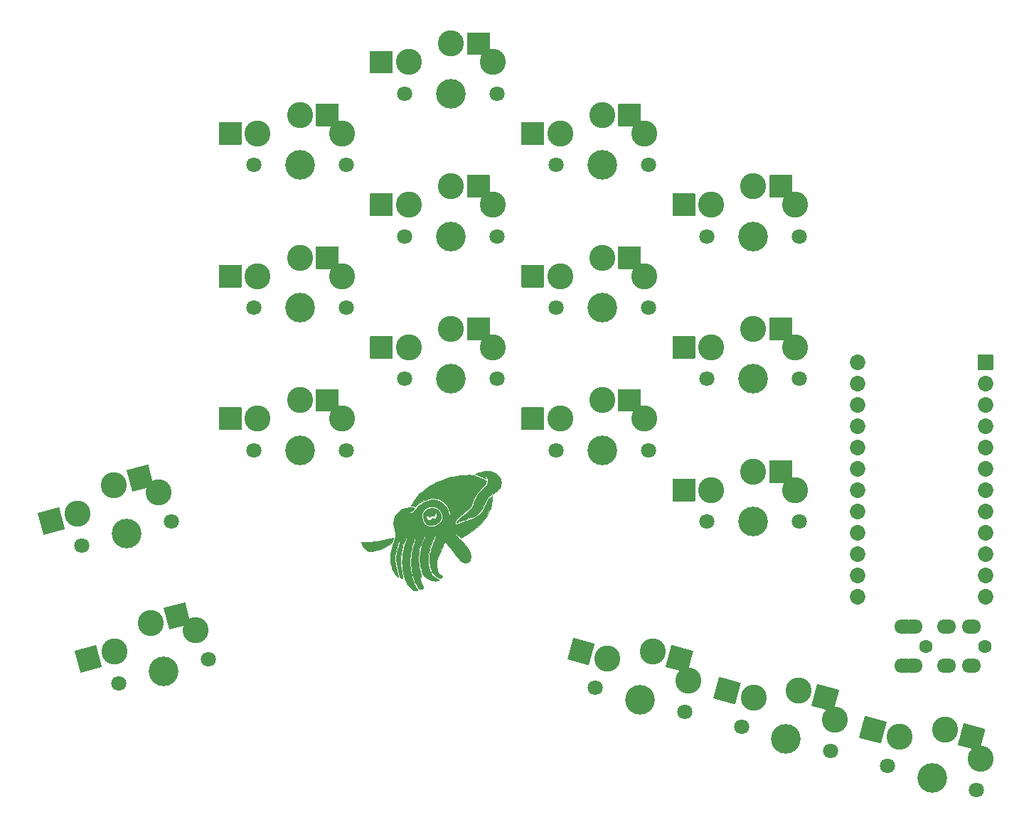
<source format=gbr>
%TF.GenerationSoftware,KiCad,Pcbnew,(5.1.9)-1*%
%TF.CreationDate,2021-04-26T15:19:46+02:00*%
%TF.ProjectId,sepia,73657069-612e-46b6-9963-61645f706362,VERSION_HERE*%
%TF.SameCoordinates,Original*%
%TF.FileFunction,Soldermask,Top*%
%TF.FilePolarity,Negative*%
%FSLAX46Y46*%
G04 Gerber Fmt 4.6, Leading zero omitted, Abs format (unit mm)*
G04 Created by KiCad (PCBNEW (5.1.9)-1) date 2021-04-26 15:19:46*
%MOMM*%
%LPD*%
G01*
G04 APERTURE LIST*
%ADD10C,0.010000*%
%ADD11O,2.300000X1.700000*%
%ADD12C,1.600000*%
%ADD13C,1.852600*%
%ADD14C,1.801800*%
%ADD15C,3.100000*%
%ADD16C,3.529000*%
G04 APERTURE END LIST*
D10*
%TO.C,G\u002A\u002A\u002A*%
G36*
X80876474Y-78585028D02*
G01*
X81154601Y-78520440D01*
X81425493Y-78465153D01*
X81674687Y-78422588D01*
X81829667Y-78402054D01*
X82005642Y-78384637D01*
X82201633Y-78368996D01*
X82406869Y-78355648D01*
X82610579Y-78345112D01*
X82801992Y-78337905D01*
X82970337Y-78334543D01*
X83104843Y-78335544D01*
X83160521Y-78338144D01*
X83313518Y-78358923D01*
X83500859Y-78400389D01*
X83712290Y-78458913D01*
X83937555Y-78530865D01*
X84166395Y-78612616D01*
X84388557Y-78700536D01*
X84593782Y-78790995D01*
X84771815Y-78880366D01*
X84890267Y-78950257D01*
X84967357Y-79002180D01*
X85010292Y-79039373D01*
X85028215Y-79073671D01*
X85030268Y-79116910D01*
X85029386Y-79130344D01*
X85009068Y-79218721D01*
X84958590Y-79322897D01*
X84875609Y-79446179D01*
X84757784Y-79591872D01*
X84602773Y-79763282D01*
X84518851Y-79851146D01*
X84334222Y-80043019D01*
X84181032Y-80206206D01*
X84054498Y-80347640D01*
X83949837Y-80474254D01*
X83862264Y-80592980D01*
X83786999Y-80710752D01*
X83719258Y-80834503D01*
X83654259Y-80971163D01*
X83587218Y-81127669D01*
X83515522Y-81305477D01*
X83456650Y-81453755D01*
X83399151Y-81598308D01*
X83347793Y-81727164D01*
X83307347Y-81828347D01*
X83289535Y-81872698D01*
X83240149Y-81985073D01*
X83184500Y-82088219D01*
X83117893Y-82187084D01*
X83035630Y-82286617D01*
X82933018Y-82391768D01*
X82805358Y-82507484D01*
X82647958Y-82638712D01*
X82456121Y-82790402D01*
X82317148Y-82897417D01*
X82078191Y-83083668D01*
X81878921Y-83247336D01*
X81715615Y-83392222D01*
X81584546Y-83522124D01*
X81481992Y-83640843D01*
X81404230Y-83752180D01*
X81347531Y-83859933D01*
X81328798Y-83905851D01*
X81291572Y-84020356D01*
X81280703Y-84102114D01*
X81296299Y-84161871D01*
X81331792Y-84204605D01*
X81370550Y-84231627D01*
X81414952Y-84239063D01*
X81481971Y-84227906D01*
X81527696Y-84216094D01*
X81616322Y-84187894D01*
X81730804Y-84145759D01*
X81850972Y-84097247D01*
X81891572Y-84079751D01*
X81981753Y-84042690D01*
X82109751Y-83993657D01*
X82265097Y-83936479D01*
X82437329Y-83874980D01*
X82615976Y-83812984D01*
X82693921Y-83786533D01*
X82973683Y-83690690D01*
X83211016Y-83605256D01*
X83412444Y-83527068D01*
X83584495Y-83452967D01*
X83733691Y-83379789D01*
X83866559Y-83304372D01*
X83989624Y-83223555D01*
X84109410Y-83134177D01*
X84210635Y-83051545D01*
X84363567Y-82914161D01*
X84492408Y-82777078D01*
X84604079Y-82630168D01*
X84705501Y-82463301D01*
X84803596Y-82266349D01*
X84899417Y-82043605D01*
X85027340Y-81746714D01*
X85148577Y-81499395D01*
X85262989Y-81301907D01*
X85351738Y-81177186D01*
X85399897Y-81124441D01*
X85467887Y-81059059D01*
X85546105Y-80989149D01*
X85624948Y-80922818D01*
X85694813Y-80868173D01*
X85746097Y-80833320D01*
X85768320Y-80825508D01*
X85772954Y-80854208D01*
X85770170Y-80924761D01*
X85761084Y-81028945D01*
X85746808Y-81158533D01*
X85728460Y-81305303D01*
X85707153Y-81461029D01*
X85684002Y-81617488D01*
X85660121Y-81766455D01*
X85636625Y-81899705D01*
X85614631Y-82009016D01*
X85599418Y-82071692D01*
X85538574Y-82257743D01*
X85452475Y-82471975D01*
X85347172Y-82702564D01*
X85228717Y-82937687D01*
X85103163Y-83165519D01*
X84976563Y-83374237D01*
X84854968Y-83552015D01*
X84814652Y-83604817D01*
X84602366Y-83857652D01*
X84359707Y-84119903D01*
X84096353Y-84382566D01*
X83821981Y-84636636D01*
X83546265Y-84873108D01*
X83278885Y-85082977D01*
X83061517Y-85236290D01*
X82980151Y-85287188D01*
X82870770Y-85351434D01*
X82741969Y-85424409D01*
X82602340Y-85501492D01*
X82460477Y-85578065D01*
X82324977Y-85649510D01*
X82204430Y-85711207D01*
X82107433Y-85758536D01*
X82042579Y-85786878D01*
X82028112Y-85791721D01*
X81997810Y-85778821D01*
X81938133Y-85737063D01*
X81856742Y-85672352D01*
X81761304Y-85590599D01*
X81724350Y-85557561D01*
X81613834Y-85459179D01*
X81533012Y-85391694D01*
X81475237Y-85350513D01*
X81433859Y-85331045D01*
X81402225Y-85328693D01*
X81395184Y-85330209D01*
X81347348Y-85357740D01*
X81330869Y-85387725D01*
X81347663Y-85418226D01*
X81398894Y-85479614D01*
X81481440Y-85568569D01*
X81592180Y-85681773D01*
X81727994Y-85815906D01*
X81790079Y-85876062D01*
X82076730Y-86159276D01*
X82328008Y-86421960D01*
X82542284Y-86662271D01*
X82717931Y-86878369D01*
X82853321Y-87068413D01*
X82875353Y-87103020D01*
X82928647Y-87191722D01*
X82970223Y-87270916D01*
X83005335Y-87353718D01*
X83039235Y-87453240D01*
X83077180Y-87582596D01*
X83098903Y-87661076D01*
X83137834Y-87806410D01*
X83163964Y-87914770D01*
X83179079Y-87997840D01*
X83184969Y-88067306D01*
X83183421Y-88134853D01*
X83179083Y-88185130D01*
X83152335Y-88324615D01*
X83103931Y-88464563D01*
X83041015Y-88588276D01*
X82970733Y-88679057D01*
X82965727Y-88683742D01*
X82881246Y-88736136D01*
X82766402Y-88775949D01*
X82641010Y-88798539D01*
X82524882Y-88799265D01*
X82493771Y-88794305D01*
X82368557Y-88757142D01*
X82239332Y-88696989D01*
X82103909Y-88611617D01*
X81960102Y-88498800D01*
X81805726Y-88356313D01*
X81638593Y-88181928D01*
X81456516Y-87973419D01*
X81257313Y-87728560D01*
X81038794Y-87445124D01*
X80798774Y-87120885D01*
X80654483Y-86921113D01*
X80523103Y-86738176D01*
X80417713Y-86592603D01*
X80334922Y-86480311D01*
X80271340Y-86397222D01*
X80223573Y-86339255D01*
X80188234Y-86302334D01*
X80161930Y-86282376D01*
X80141270Y-86275302D01*
X80122863Y-86277033D01*
X80119816Y-86277880D01*
X80094190Y-86305243D01*
X80052037Y-86373643D01*
X79996076Y-86477102D01*
X79929019Y-86609641D01*
X79853584Y-86765281D01*
X79772485Y-86938047D01*
X79688440Y-87121957D01*
X79604163Y-87311035D01*
X79522370Y-87499303D01*
X79445776Y-87680782D01*
X79377099Y-87849493D01*
X79319052Y-87999461D01*
X79274352Y-88124704D01*
X79258642Y-88173604D01*
X79166427Y-88548439D01*
X79122864Y-88910514D01*
X79127886Y-89261455D01*
X79181428Y-89602887D01*
X79196972Y-89666400D01*
X79237027Y-89812759D01*
X79275144Y-89921047D01*
X79319723Y-90002934D01*
X79379161Y-90070085D01*
X79461858Y-90134168D01*
X79576211Y-90206851D01*
X79593613Y-90217402D01*
X79720900Y-90303346D01*
X79799196Y-90378647D01*
X79828775Y-90445043D01*
X79809917Y-90504267D01*
X79742897Y-90558056D01*
X79654415Y-90598483D01*
X79511240Y-90652977D01*
X79189018Y-90460744D01*
X79028587Y-90361155D01*
X78897099Y-90268119D01*
X78789548Y-90174205D01*
X78700927Y-90071986D01*
X78626230Y-89954034D01*
X78560449Y-89812920D01*
X78498579Y-89641214D01*
X78435613Y-89431491D01*
X78394617Y-89282047D01*
X78330331Y-89021251D01*
X78286920Y-88787944D01*
X78264190Y-88569530D01*
X78261952Y-88353410D01*
X78280012Y-88126989D01*
X78318181Y-87877669D01*
X78369427Y-87623933D01*
X78415609Y-87425569D01*
X78467266Y-87231144D01*
X78527321Y-87031767D01*
X78598690Y-86818544D01*
X78684295Y-86582585D01*
X78787056Y-86314999D01*
X78858368Y-86135052D01*
X78931638Y-85948969D01*
X78985592Y-85804853D01*
X79021643Y-85698296D01*
X79041207Y-85624885D01*
X79045699Y-85580211D01*
X79041350Y-85564714D01*
X78998996Y-85532073D01*
X78947766Y-85545244D01*
X78892885Y-85601238D01*
X78850227Y-85674107D01*
X78821100Y-85738073D01*
X78777490Y-85839074D01*
X78723680Y-85966938D01*
X78663955Y-86111493D01*
X78607610Y-86250131D01*
X78430794Y-86717649D01*
X78290556Y-87154327D01*
X78186598Y-87564267D01*
X78118622Y-87951570D01*
X78086332Y-88320342D01*
X78089429Y-88674683D01*
X78127620Y-89018696D01*
X78200604Y-89356484D01*
X78308087Y-89692149D01*
X78350552Y-89801851D01*
X78452361Y-90018720D01*
X78573201Y-90204159D01*
X78720865Y-90366656D01*
X78903147Y-90514700D01*
X79127841Y-90656775D01*
X79143983Y-90665939D01*
X79252077Y-90730122D01*
X79320220Y-90780262D01*
X79354769Y-90823198D01*
X79362082Y-90865771D01*
X79356021Y-90894049D01*
X79323655Y-90919121D01*
X79250362Y-90938196D01*
X79145758Y-90950445D01*
X79019456Y-90955031D01*
X78881064Y-90951122D01*
X78787032Y-90943404D01*
X78660972Y-90924336D01*
X78533054Y-90891811D01*
X78393170Y-90842237D01*
X78231210Y-90772026D01*
X78037062Y-90677585D01*
X78033442Y-90675759D01*
X77917548Y-90613547D01*
X77829127Y-90554412D01*
X77750197Y-90484153D01*
X77662777Y-90388574D01*
X77648044Y-90371438D01*
X77565933Y-90272075D01*
X77508782Y-90191332D01*
X77466200Y-90111345D01*
X77427795Y-90014251D01*
X77409469Y-89961288D01*
X77362331Y-89806161D01*
X77313455Y-89618000D01*
X77265512Y-89409923D01*
X77221178Y-89195049D01*
X77183124Y-88986497D01*
X77154024Y-88797386D01*
X77136552Y-88640833D01*
X77134530Y-88612014D01*
X77131275Y-88167272D01*
X77173163Y-87706542D01*
X77259149Y-87234989D01*
X77388189Y-86757779D01*
X77559237Y-86280074D01*
X77649173Y-86067365D01*
X77714669Y-85912249D01*
X77755320Y-85796925D01*
X77771906Y-85717325D01*
X77765211Y-85669377D01*
X77736015Y-85649014D01*
X77729726Y-85648086D01*
X77677829Y-85659861D01*
X77624539Y-85708938D01*
X77565880Y-85799858D01*
X77522372Y-85884828D01*
X77364780Y-86238990D01*
X77236759Y-86588527D01*
X77132426Y-86951469D01*
X77046312Y-87343676D01*
X76988521Y-87688814D01*
X76953130Y-88012438D01*
X76940663Y-88324695D01*
X76951645Y-88635735D01*
X76986600Y-88955700D01*
X77046054Y-89294739D01*
X77130533Y-89662997D01*
X77175166Y-89834661D01*
X77292144Y-90271310D01*
X77242375Y-90474550D01*
X77207082Y-90705451D01*
X77209885Y-90856736D01*
X77219178Y-90936151D01*
X77232745Y-91004095D01*
X77254995Y-91073188D01*
X77290341Y-91156043D01*
X77343194Y-91265277D01*
X77374616Y-91327888D01*
X77445436Y-91470004D01*
X77494996Y-91575434D01*
X77525953Y-91652305D01*
X77540970Y-91708743D01*
X77542707Y-91752877D01*
X77533824Y-91792836D01*
X77530210Y-91803249D01*
X77508484Y-91843296D01*
X77469684Y-91870793D01*
X77399640Y-91894366D01*
X77366290Y-91902993D01*
X77250689Y-91929173D01*
X77168565Y-91936270D01*
X77104758Y-91919863D01*
X77044105Y-91875532D01*
X76971449Y-91798857D01*
X76958369Y-91784056D01*
X76837718Y-91628566D01*
X76727119Y-91445868D01*
X76624266Y-91230822D01*
X76526858Y-90978285D01*
X76432593Y-90683117D01*
X76377698Y-90487562D01*
X76281594Y-90107428D01*
X76205901Y-89752475D01*
X76150810Y-89415695D01*
X76116517Y-89090081D01*
X76103212Y-88768623D01*
X76111091Y-88444313D01*
X76140347Y-88110143D01*
X76191173Y-87759105D01*
X76263762Y-87384189D01*
X76358308Y-86978389D01*
X76475005Y-86534696D01*
X76488091Y-86487284D01*
X76534550Y-86314711D01*
X76573590Y-86159999D01*
X76603673Y-86029984D01*
X76623262Y-85931512D01*
X76630820Y-85871422D01*
X76629533Y-85857725D01*
X76592860Y-85821882D01*
X76540894Y-85821865D01*
X76491819Y-85855290D01*
X76476949Y-85877729D01*
X76453840Y-85935635D01*
X76421143Y-86035315D01*
X76380910Y-86169092D01*
X76335191Y-86329288D01*
X76286035Y-86508229D01*
X76235493Y-86698238D01*
X76185616Y-86891640D01*
X76138453Y-87080756D01*
X76096054Y-87257914D01*
X76060469Y-87415433D01*
X76039772Y-87514623D01*
X75970433Y-87921025D01*
X75929615Y-88306719D01*
X75916742Y-88687970D01*
X75931230Y-89081043D01*
X75969700Y-89479305D01*
X75988080Y-89591931D01*
X76021289Y-89750391D01*
X76068722Y-89952117D01*
X76129775Y-90194543D01*
X76203845Y-90475102D01*
X76205464Y-90481120D01*
X76277634Y-90744885D01*
X76341105Y-90965587D01*
X76398481Y-91149688D01*
X76452364Y-91303650D01*
X76505357Y-91433937D01*
X76560063Y-91547013D01*
X76619085Y-91649338D01*
X76685024Y-91747379D01*
X76750787Y-91835169D01*
X76824689Y-91933950D01*
X76866646Y-92002226D01*
X76878636Y-92047312D01*
X76862635Y-92076521D01*
X76821494Y-92096860D01*
X76755975Y-92108107D01*
X76664565Y-92110163D01*
X76600387Y-92105852D01*
X76436689Y-92065599D01*
X76264451Y-91982075D01*
X76091538Y-91860089D01*
X75925816Y-91704446D01*
X75903152Y-91679705D01*
X75789791Y-91548398D01*
X75693296Y-91423020D01*
X75610070Y-91295941D01*
X75536518Y-91159532D01*
X75469048Y-91006164D01*
X75404064Y-90828207D01*
X75337970Y-90618030D01*
X75267172Y-90368006D01*
X75242992Y-90278542D01*
X75178063Y-90029114D01*
X75127453Y-89815004D01*
X75089287Y-89623374D01*
X75061695Y-89441393D01*
X75042803Y-89256224D01*
X75030737Y-89055034D01*
X75023626Y-88824988D01*
X75022509Y-88767441D01*
X75025935Y-88306515D01*
X75054826Y-87879402D01*
X75111355Y-87474769D01*
X75197700Y-87081281D01*
X75316036Y-86687604D01*
X75468537Y-86282404D01*
X75525444Y-86147214D01*
X75578227Y-86019832D01*
X75609814Y-85930032D01*
X75622299Y-85870244D01*
X75617768Y-85832901D01*
X75614158Y-85826084D01*
X75576463Y-85795471D01*
X75521220Y-85804745D01*
X75478246Y-85843034D01*
X75425391Y-85924077D01*
X75365113Y-86041348D01*
X75299870Y-86188323D01*
X75232119Y-86358474D01*
X75164320Y-86545278D01*
X75098929Y-86742207D01*
X75038405Y-86942739D01*
X74985206Y-87140347D01*
X74941790Y-87328506D01*
X74935390Y-87359931D01*
X74874828Y-87748848D01*
X74840025Y-88168843D01*
X74830694Y-88607376D01*
X74846544Y-89051910D01*
X74887285Y-89489910D01*
X74952629Y-89908839D01*
X74999330Y-90128188D01*
X75036293Y-90286507D01*
X75062103Y-90403029D01*
X75077720Y-90485291D01*
X75084097Y-90540833D01*
X75082195Y-90577193D01*
X75072971Y-90601910D01*
X75061497Y-90617728D01*
X75022291Y-90657173D01*
X74985726Y-90667950D01*
X74940022Y-90647698D01*
X74873403Y-90594056D01*
X74852978Y-90575937D01*
X74736703Y-90471938D01*
X74569325Y-89738627D01*
X74524739Y-89540381D01*
X74482490Y-89347048D01*
X74444385Y-89167335D01*
X74412235Y-89009945D01*
X74387851Y-88883585D01*
X74373042Y-88796960D01*
X74372019Y-88789821D01*
X74347907Y-88564846D01*
X74339660Y-88341996D01*
X74348199Y-88113828D01*
X74374449Y-87872903D01*
X74419332Y-87611778D01*
X74483771Y-87323012D01*
X74568689Y-86999164D01*
X74613896Y-86839774D01*
X74664803Y-86661779D01*
X74701883Y-86526095D01*
X74726257Y-86426485D01*
X74739048Y-86356709D01*
X74741374Y-86310529D01*
X74734358Y-86281705D01*
X74719119Y-86263999D01*
X74717544Y-86262852D01*
X74682870Y-86244802D01*
X74650771Y-86245081D01*
X74619446Y-86267645D01*
X74587102Y-86316451D01*
X74551940Y-86395455D01*
X74512164Y-86508617D01*
X74465977Y-86659890D01*
X74411583Y-86853235D01*
X74356249Y-87058510D01*
X74288220Y-87323900D01*
X74233700Y-87563361D01*
X74192834Y-87784014D01*
X74165761Y-87992979D01*
X74152628Y-88197377D01*
X74153575Y-88404328D01*
X74168747Y-88620953D01*
X74198286Y-88854372D01*
X74242335Y-89111706D01*
X74301038Y-89400074D01*
X74374537Y-89726599D01*
X74413131Y-89890636D01*
X74462604Y-90102695D01*
X74498982Y-90267672D01*
X74522629Y-90387472D01*
X74533908Y-90463998D01*
X74533180Y-90499155D01*
X74529626Y-90502061D01*
X74471970Y-90478287D01*
X74397127Y-90415231D01*
X74310016Y-90319348D01*
X74215555Y-90197095D01*
X74118667Y-90054925D01*
X74024266Y-89899295D01*
X73937276Y-89736660D01*
X73920904Y-89703246D01*
X73839941Y-89510117D01*
X73766538Y-89287674D01*
X73704804Y-89052418D01*
X73658842Y-88820850D01*
X73632758Y-88609471D01*
X73628674Y-88528819D01*
X73630833Y-88162676D01*
X73655795Y-87810568D01*
X73705476Y-87460704D01*
X73781788Y-87101292D01*
X73886647Y-86720543D01*
X73959555Y-86490564D01*
X74013952Y-86325407D01*
X74066067Y-86166454D01*
X74112662Y-86023636D01*
X74150500Y-85906883D01*
X74176343Y-85826124D01*
X74180271Y-85813615D01*
X74207801Y-85709721D01*
X74223810Y-85604923D01*
X74227805Y-85491126D01*
X74219295Y-85360235D01*
X74197786Y-85204152D01*
X74162786Y-85014783D01*
X74119083Y-84808009D01*
X74070301Y-84579906D01*
X74063169Y-84543119D01*
X77410408Y-83646230D01*
X77467632Y-83823046D01*
X77511810Y-83926287D01*
X77629062Y-84114845D01*
X77779018Y-84268256D01*
X77956455Y-84385163D01*
X78156146Y-84464211D01*
X78372867Y-84504044D01*
X78601392Y-84503306D01*
X78836496Y-84460642D01*
X79072953Y-84374697D01*
X79131338Y-84346457D01*
X79322658Y-84228650D01*
X79496786Y-84082169D01*
X79640467Y-83919062D01*
X79700028Y-83829509D01*
X79788442Y-83645766D01*
X79833628Y-83463748D01*
X79835906Y-83275397D01*
X79795598Y-83072654D01*
X79736983Y-82904737D01*
X79620951Y-82666954D01*
X79480825Y-82472594D01*
X79314063Y-82319075D01*
X79118120Y-82203817D01*
X78999680Y-82156715D01*
X78841421Y-82107773D01*
X78707440Y-82080920D01*
X78580979Y-82075792D01*
X78445279Y-82092025D01*
X78283586Y-82129256D01*
X78242667Y-82140281D01*
X78110932Y-82178024D01*
X78014346Y-82210864D01*
X77938499Y-82245049D01*
X77868978Y-82286825D01*
X77812467Y-82326791D01*
X77642839Y-82472973D01*
X77504125Y-82636441D01*
X77402845Y-82808209D01*
X77348083Y-82966973D01*
X77333892Y-83104546D01*
X77341145Y-83272960D01*
X77367448Y-83458194D01*
X77410408Y-83646230D01*
X74063169Y-84543119D01*
X74033933Y-84392289D01*
X74009506Y-84236505D01*
X73996540Y-84103904D01*
X73994555Y-83985832D01*
X74003076Y-83873641D01*
X74021624Y-83758677D01*
X74049720Y-83632291D01*
X74053319Y-83617543D01*
X74127779Y-83373521D01*
X74226626Y-83160508D01*
X74357162Y-82966617D01*
X74526687Y-82779965D01*
X74622707Y-82690649D01*
X74772175Y-82564971D01*
X74911190Y-82466609D01*
X75051586Y-82390249D01*
X75205199Y-82330575D01*
X75383863Y-82282271D01*
X75599414Y-82240021D01*
X75641983Y-82232824D01*
X75783101Y-82210128D01*
X75888712Y-82196326D01*
X75973310Y-82191329D01*
X76051386Y-82195049D01*
X76137433Y-82207396D01*
X76245944Y-82228280D01*
X76249945Y-82229087D01*
X76514084Y-82282424D01*
X76427768Y-82394362D01*
X76339296Y-82497081D01*
X76244716Y-82577670D01*
X76125968Y-82650505D01*
X76068951Y-82680041D01*
X75980312Y-82732891D01*
X75938270Y-82781843D01*
X75939463Y-82832213D01*
X75955368Y-82859791D01*
X75977850Y-82876660D01*
X76017045Y-82876830D01*
X76084642Y-82859080D01*
X76140430Y-82840451D01*
X76250792Y-82795665D01*
X76347355Y-82739420D01*
X76439144Y-82663994D01*
X76535184Y-82561671D01*
X76644497Y-82424728D01*
X76676949Y-82381502D01*
X76853999Y-82162829D01*
X77039803Y-81974894D01*
X77244503Y-81809635D01*
X77478243Y-81658995D01*
X77751166Y-81514912D01*
X77792628Y-81495020D01*
X78043289Y-81390736D01*
X78282735Y-81324169D01*
X78523294Y-81293885D01*
X78777291Y-81298446D01*
X79057053Y-81336416D01*
X79094126Y-81343377D01*
X79311588Y-81395426D01*
X79498650Y-81464913D01*
X79666913Y-81558681D01*
X79827978Y-81683563D01*
X79993445Y-81846400D01*
X80046765Y-81904891D01*
X80152381Y-82026502D01*
X80236164Y-82133384D01*
X80303867Y-82236426D01*
X80361242Y-82346513D01*
X80414043Y-82474532D01*
X80468023Y-82631369D01*
X80521481Y-82803235D01*
X80569494Y-82961189D01*
X80605688Y-83076919D01*
X80632867Y-83156849D01*
X80653840Y-83207406D01*
X80671411Y-83235012D01*
X80688386Y-83246093D01*
X80707571Y-83247074D01*
X80714967Y-83246264D01*
X80751931Y-83231716D01*
X80772989Y-83195403D01*
X80777974Y-83131995D01*
X80766717Y-83036163D01*
X80739053Y-82902576D01*
X80699156Y-82742479D01*
X80652005Y-82571432D01*
X80609062Y-82438418D01*
X80566014Y-82331390D01*
X80518721Y-82238610D01*
X80401503Y-82054668D01*
X80260495Y-81870310D01*
X80104317Y-81694421D01*
X79941593Y-81535894D01*
X79780942Y-81403614D01*
X79630987Y-81306471D01*
X79598396Y-81289781D01*
X79494130Y-81249231D01*
X79353748Y-81208173D01*
X79191799Y-81169767D01*
X79022836Y-81137169D01*
X78861409Y-81113537D01*
X78735896Y-81102606D01*
X78536512Y-81101251D01*
X78348831Y-81118896D01*
X78161594Y-81158286D01*
X77963545Y-81222167D01*
X77743425Y-81313287D01*
X77602448Y-81379100D01*
X77333200Y-81522503D01*
X77093184Y-81681706D01*
X76865811Y-81868627D01*
X76700253Y-82027436D01*
X76617377Y-82111274D01*
X76360977Y-82059236D01*
X76104576Y-82007197D01*
X76173549Y-81858863D01*
X76239188Y-81731110D01*
X76328527Y-81576056D01*
X76433594Y-81406119D01*
X76546414Y-81233713D01*
X76659014Y-81071255D01*
X76763421Y-80931162D01*
X76793533Y-80893410D01*
X76907547Y-80764808D01*
X77054110Y-80616798D01*
X77223432Y-80458044D01*
X77405726Y-80297211D01*
X77591202Y-80142967D01*
X77770073Y-80003978D01*
X77914408Y-79901055D01*
X78257938Y-79684214D01*
X78643640Y-79468140D01*
X79063001Y-79257034D01*
X79507508Y-79055100D01*
X79968651Y-78866543D01*
X80143300Y-78800447D01*
X80356361Y-78728448D01*
X80605573Y-78655504D01*
X80876474Y-78585028D01*
G37*
X80876474Y-78585028D02*
X81154601Y-78520440D01*
X81425493Y-78465153D01*
X81674687Y-78422588D01*
X81829667Y-78402054D01*
X82005642Y-78384637D01*
X82201633Y-78368996D01*
X82406869Y-78355648D01*
X82610579Y-78345112D01*
X82801992Y-78337905D01*
X82970337Y-78334543D01*
X83104843Y-78335544D01*
X83160521Y-78338144D01*
X83313518Y-78358923D01*
X83500859Y-78400389D01*
X83712290Y-78458913D01*
X83937555Y-78530865D01*
X84166395Y-78612616D01*
X84388557Y-78700536D01*
X84593782Y-78790995D01*
X84771815Y-78880366D01*
X84890267Y-78950257D01*
X84967357Y-79002180D01*
X85010292Y-79039373D01*
X85028215Y-79073671D01*
X85030268Y-79116910D01*
X85029386Y-79130344D01*
X85009068Y-79218721D01*
X84958590Y-79322897D01*
X84875609Y-79446179D01*
X84757784Y-79591872D01*
X84602773Y-79763282D01*
X84518851Y-79851146D01*
X84334222Y-80043019D01*
X84181032Y-80206206D01*
X84054498Y-80347640D01*
X83949837Y-80474254D01*
X83862264Y-80592980D01*
X83786999Y-80710752D01*
X83719258Y-80834503D01*
X83654259Y-80971163D01*
X83587218Y-81127669D01*
X83515522Y-81305477D01*
X83456650Y-81453755D01*
X83399151Y-81598308D01*
X83347793Y-81727164D01*
X83307347Y-81828347D01*
X83289535Y-81872698D01*
X83240149Y-81985073D01*
X83184500Y-82088219D01*
X83117893Y-82187084D01*
X83035630Y-82286617D01*
X82933018Y-82391768D01*
X82805358Y-82507484D01*
X82647958Y-82638712D01*
X82456121Y-82790402D01*
X82317148Y-82897417D01*
X82078191Y-83083668D01*
X81878921Y-83247336D01*
X81715615Y-83392222D01*
X81584546Y-83522124D01*
X81481992Y-83640843D01*
X81404230Y-83752180D01*
X81347531Y-83859933D01*
X81328798Y-83905851D01*
X81291572Y-84020356D01*
X81280703Y-84102114D01*
X81296299Y-84161871D01*
X81331792Y-84204605D01*
X81370550Y-84231627D01*
X81414952Y-84239063D01*
X81481971Y-84227906D01*
X81527696Y-84216094D01*
X81616322Y-84187894D01*
X81730804Y-84145759D01*
X81850972Y-84097247D01*
X81891572Y-84079751D01*
X81981753Y-84042690D01*
X82109751Y-83993657D01*
X82265097Y-83936479D01*
X82437329Y-83874980D01*
X82615976Y-83812984D01*
X82693921Y-83786533D01*
X82973683Y-83690690D01*
X83211016Y-83605256D01*
X83412444Y-83527068D01*
X83584495Y-83452967D01*
X83733691Y-83379789D01*
X83866559Y-83304372D01*
X83989624Y-83223555D01*
X84109410Y-83134177D01*
X84210635Y-83051545D01*
X84363567Y-82914161D01*
X84492408Y-82777078D01*
X84604079Y-82630168D01*
X84705501Y-82463301D01*
X84803596Y-82266349D01*
X84899417Y-82043605D01*
X85027340Y-81746714D01*
X85148577Y-81499395D01*
X85262989Y-81301907D01*
X85351738Y-81177186D01*
X85399897Y-81124441D01*
X85467887Y-81059059D01*
X85546105Y-80989149D01*
X85624948Y-80922818D01*
X85694813Y-80868173D01*
X85746097Y-80833320D01*
X85768320Y-80825508D01*
X85772954Y-80854208D01*
X85770170Y-80924761D01*
X85761084Y-81028945D01*
X85746808Y-81158533D01*
X85728460Y-81305303D01*
X85707153Y-81461029D01*
X85684002Y-81617488D01*
X85660121Y-81766455D01*
X85636625Y-81899705D01*
X85614631Y-82009016D01*
X85599418Y-82071692D01*
X85538574Y-82257743D01*
X85452475Y-82471975D01*
X85347172Y-82702564D01*
X85228717Y-82937687D01*
X85103163Y-83165519D01*
X84976563Y-83374237D01*
X84854968Y-83552015D01*
X84814652Y-83604817D01*
X84602366Y-83857652D01*
X84359707Y-84119903D01*
X84096353Y-84382566D01*
X83821981Y-84636636D01*
X83546265Y-84873108D01*
X83278885Y-85082977D01*
X83061517Y-85236290D01*
X82980151Y-85287188D01*
X82870770Y-85351434D01*
X82741969Y-85424409D01*
X82602340Y-85501492D01*
X82460477Y-85578065D01*
X82324977Y-85649510D01*
X82204430Y-85711207D01*
X82107433Y-85758536D01*
X82042579Y-85786878D01*
X82028112Y-85791721D01*
X81997810Y-85778821D01*
X81938133Y-85737063D01*
X81856742Y-85672352D01*
X81761304Y-85590599D01*
X81724350Y-85557561D01*
X81613834Y-85459179D01*
X81533012Y-85391694D01*
X81475237Y-85350513D01*
X81433859Y-85331045D01*
X81402225Y-85328693D01*
X81395184Y-85330209D01*
X81347348Y-85357740D01*
X81330869Y-85387725D01*
X81347663Y-85418226D01*
X81398894Y-85479614D01*
X81481440Y-85568569D01*
X81592180Y-85681773D01*
X81727994Y-85815906D01*
X81790079Y-85876062D01*
X82076730Y-86159276D01*
X82328008Y-86421960D01*
X82542284Y-86662271D01*
X82717931Y-86878369D01*
X82853321Y-87068413D01*
X82875353Y-87103020D01*
X82928647Y-87191722D01*
X82970223Y-87270916D01*
X83005335Y-87353718D01*
X83039235Y-87453240D01*
X83077180Y-87582596D01*
X83098903Y-87661076D01*
X83137834Y-87806410D01*
X83163964Y-87914770D01*
X83179079Y-87997840D01*
X83184969Y-88067306D01*
X83183421Y-88134853D01*
X83179083Y-88185130D01*
X83152335Y-88324615D01*
X83103931Y-88464563D01*
X83041015Y-88588276D01*
X82970733Y-88679057D01*
X82965727Y-88683742D01*
X82881246Y-88736136D01*
X82766402Y-88775949D01*
X82641010Y-88798539D01*
X82524882Y-88799265D01*
X82493771Y-88794305D01*
X82368557Y-88757142D01*
X82239332Y-88696989D01*
X82103909Y-88611617D01*
X81960102Y-88498800D01*
X81805726Y-88356313D01*
X81638593Y-88181928D01*
X81456516Y-87973419D01*
X81257313Y-87728560D01*
X81038794Y-87445124D01*
X80798774Y-87120885D01*
X80654483Y-86921113D01*
X80523103Y-86738176D01*
X80417713Y-86592603D01*
X80334922Y-86480311D01*
X80271340Y-86397222D01*
X80223573Y-86339255D01*
X80188234Y-86302334D01*
X80161930Y-86282376D01*
X80141270Y-86275302D01*
X80122863Y-86277033D01*
X80119816Y-86277880D01*
X80094190Y-86305243D01*
X80052037Y-86373643D01*
X79996076Y-86477102D01*
X79929019Y-86609641D01*
X79853584Y-86765281D01*
X79772485Y-86938047D01*
X79688440Y-87121957D01*
X79604163Y-87311035D01*
X79522370Y-87499303D01*
X79445776Y-87680782D01*
X79377099Y-87849493D01*
X79319052Y-87999461D01*
X79274352Y-88124704D01*
X79258642Y-88173604D01*
X79166427Y-88548439D01*
X79122864Y-88910514D01*
X79127886Y-89261455D01*
X79181428Y-89602887D01*
X79196972Y-89666400D01*
X79237027Y-89812759D01*
X79275144Y-89921047D01*
X79319723Y-90002934D01*
X79379161Y-90070085D01*
X79461858Y-90134168D01*
X79576211Y-90206851D01*
X79593613Y-90217402D01*
X79720900Y-90303346D01*
X79799196Y-90378647D01*
X79828775Y-90445043D01*
X79809917Y-90504267D01*
X79742897Y-90558056D01*
X79654415Y-90598483D01*
X79511240Y-90652977D01*
X79189018Y-90460744D01*
X79028587Y-90361155D01*
X78897099Y-90268119D01*
X78789548Y-90174205D01*
X78700927Y-90071986D01*
X78626230Y-89954034D01*
X78560449Y-89812920D01*
X78498579Y-89641214D01*
X78435613Y-89431491D01*
X78394617Y-89282047D01*
X78330331Y-89021251D01*
X78286920Y-88787944D01*
X78264190Y-88569530D01*
X78261952Y-88353410D01*
X78280012Y-88126989D01*
X78318181Y-87877669D01*
X78369427Y-87623933D01*
X78415609Y-87425569D01*
X78467266Y-87231144D01*
X78527321Y-87031767D01*
X78598690Y-86818544D01*
X78684295Y-86582585D01*
X78787056Y-86314999D01*
X78858368Y-86135052D01*
X78931638Y-85948969D01*
X78985592Y-85804853D01*
X79021643Y-85698296D01*
X79041207Y-85624885D01*
X79045699Y-85580211D01*
X79041350Y-85564714D01*
X78998996Y-85532073D01*
X78947766Y-85545244D01*
X78892885Y-85601238D01*
X78850227Y-85674107D01*
X78821100Y-85738073D01*
X78777490Y-85839074D01*
X78723680Y-85966938D01*
X78663955Y-86111493D01*
X78607610Y-86250131D01*
X78430794Y-86717649D01*
X78290556Y-87154327D01*
X78186598Y-87564267D01*
X78118622Y-87951570D01*
X78086332Y-88320342D01*
X78089429Y-88674683D01*
X78127620Y-89018696D01*
X78200604Y-89356484D01*
X78308087Y-89692149D01*
X78350552Y-89801851D01*
X78452361Y-90018720D01*
X78573201Y-90204159D01*
X78720865Y-90366656D01*
X78903147Y-90514700D01*
X79127841Y-90656775D01*
X79143983Y-90665939D01*
X79252077Y-90730122D01*
X79320220Y-90780262D01*
X79354769Y-90823198D01*
X79362082Y-90865771D01*
X79356021Y-90894049D01*
X79323655Y-90919121D01*
X79250362Y-90938196D01*
X79145758Y-90950445D01*
X79019456Y-90955031D01*
X78881064Y-90951122D01*
X78787032Y-90943404D01*
X78660972Y-90924336D01*
X78533054Y-90891811D01*
X78393170Y-90842237D01*
X78231210Y-90772026D01*
X78037062Y-90677585D01*
X78033442Y-90675759D01*
X77917548Y-90613547D01*
X77829127Y-90554412D01*
X77750197Y-90484153D01*
X77662777Y-90388574D01*
X77648044Y-90371438D01*
X77565933Y-90272075D01*
X77508782Y-90191332D01*
X77466200Y-90111345D01*
X77427795Y-90014251D01*
X77409469Y-89961288D01*
X77362331Y-89806161D01*
X77313455Y-89618000D01*
X77265512Y-89409923D01*
X77221178Y-89195049D01*
X77183124Y-88986497D01*
X77154024Y-88797386D01*
X77136552Y-88640833D01*
X77134530Y-88612014D01*
X77131275Y-88167272D01*
X77173163Y-87706542D01*
X77259149Y-87234989D01*
X77388189Y-86757779D01*
X77559237Y-86280074D01*
X77649173Y-86067365D01*
X77714669Y-85912249D01*
X77755320Y-85796925D01*
X77771906Y-85717325D01*
X77765211Y-85669377D01*
X77736015Y-85649014D01*
X77729726Y-85648086D01*
X77677829Y-85659861D01*
X77624539Y-85708938D01*
X77565880Y-85799858D01*
X77522372Y-85884828D01*
X77364780Y-86238990D01*
X77236759Y-86588527D01*
X77132426Y-86951469D01*
X77046312Y-87343676D01*
X76988521Y-87688814D01*
X76953130Y-88012438D01*
X76940663Y-88324695D01*
X76951645Y-88635735D01*
X76986600Y-88955700D01*
X77046054Y-89294739D01*
X77130533Y-89662997D01*
X77175166Y-89834661D01*
X77292144Y-90271310D01*
X77242375Y-90474550D01*
X77207082Y-90705451D01*
X77209885Y-90856736D01*
X77219178Y-90936151D01*
X77232745Y-91004095D01*
X77254995Y-91073188D01*
X77290341Y-91156043D01*
X77343194Y-91265277D01*
X77374616Y-91327888D01*
X77445436Y-91470004D01*
X77494996Y-91575434D01*
X77525953Y-91652305D01*
X77540970Y-91708743D01*
X77542707Y-91752877D01*
X77533824Y-91792836D01*
X77530210Y-91803249D01*
X77508484Y-91843296D01*
X77469684Y-91870793D01*
X77399640Y-91894366D01*
X77366290Y-91902993D01*
X77250689Y-91929173D01*
X77168565Y-91936270D01*
X77104758Y-91919863D01*
X77044105Y-91875532D01*
X76971449Y-91798857D01*
X76958369Y-91784056D01*
X76837718Y-91628566D01*
X76727119Y-91445868D01*
X76624266Y-91230822D01*
X76526858Y-90978285D01*
X76432593Y-90683117D01*
X76377698Y-90487562D01*
X76281594Y-90107428D01*
X76205901Y-89752475D01*
X76150810Y-89415695D01*
X76116517Y-89090081D01*
X76103212Y-88768623D01*
X76111091Y-88444313D01*
X76140347Y-88110143D01*
X76191173Y-87759105D01*
X76263762Y-87384189D01*
X76358308Y-86978389D01*
X76475005Y-86534696D01*
X76488091Y-86487284D01*
X76534550Y-86314711D01*
X76573590Y-86159999D01*
X76603673Y-86029984D01*
X76623262Y-85931512D01*
X76630820Y-85871422D01*
X76629533Y-85857725D01*
X76592860Y-85821882D01*
X76540894Y-85821865D01*
X76491819Y-85855290D01*
X76476949Y-85877729D01*
X76453840Y-85935635D01*
X76421143Y-86035315D01*
X76380910Y-86169092D01*
X76335191Y-86329288D01*
X76286035Y-86508229D01*
X76235493Y-86698238D01*
X76185616Y-86891640D01*
X76138453Y-87080756D01*
X76096054Y-87257914D01*
X76060469Y-87415433D01*
X76039772Y-87514623D01*
X75970433Y-87921025D01*
X75929615Y-88306719D01*
X75916742Y-88687970D01*
X75931230Y-89081043D01*
X75969700Y-89479305D01*
X75988080Y-89591931D01*
X76021289Y-89750391D01*
X76068722Y-89952117D01*
X76129775Y-90194543D01*
X76203845Y-90475102D01*
X76205464Y-90481120D01*
X76277634Y-90744885D01*
X76341105Y-90965587D01*
X76398481Y-91149688D01*
X76452364Y-91303650D01*
X76505357Y-91433937D01*
X76560063Y-91547013D01*
X76619085Y-91649338D01*
X76685024Y-91747379D01*
X76750787Y-91835169D01*
X76824689Y-91933950D01*
X76866646Y-92002226D01*
X76878636Y-92047312D01*
X76862635Y-92076521D01*
X76821494Y-92096860D01*
X76755975Y-92108107D01*
X76664565Y-92110163D01*
X76600387Y-92105852D01*
X76436689Y-92065599D01*
X76264451Y-91982075D01*
X76091538Y-91860089D01*
X75925816Y-91704446D01*
X75903152Y-91679705D01*
X75789791Y-91548398D01*
X75693296Y-91423020D01*
X75610070Y-91295941D01*
X75536518Y-91159532D01*
X75469048Y-91006164D01*
X75404064Y-90828207D01*
X75337970Y-90618030D01*
X75267172Y-90368006D01*
X75242992Y-90278542D01*
X75178063Y-90029114D01*
X75127453Y-89815004D01*
X75089287Y-89623374D01*
X75061695Y-89441393D01*
X75042803Y-89256224D01*
X75030737Y-89055034D01*
X75023626Y-88824988D01*
X75022509Y-88767441D01*
X75025935Y-88306515D01*
X75054826Y-87879402D01*
X75111355Y-87474769D01*
X75197700Y-87081281D01*
X75316036Y-86687604D01*
X75468537Y-86282404D01*
X75525444Y-86147214D01*
X75578227Y-86019832D01*
X75609814Y-85930032D01*
X75622299Y-85870244D01*
X75617768Y-85832901D01*
X75614158Y-85826084D01*
X75576463Y-85795471D01*
X75521220Y-85804745D01*
X75478246Y-85843034D01*
X75425391Y-85924077D01*
X75365113Y-86041348D01*
X75299870Y-86188323D01*
X75232119Y-86358474D01*
X75164320Y-86545278D01*
X75098929Y-86742207D01*
X75038405Y-86942739D01*
X74985206Y-87140347D01*
X74941790Y-87328506D01*
X74935390Y-87359931D01*
X74874828Y-87748848D01*
X74840025Y-88168843D01*
X74830694Y-88607376D01*
X74846544Y-89051910D01*
X74887285Y-89489910D01*
X74952629Y-89908839D01*
X74999330Y-90128188D01*
X75036293Y-90286507D01*
X75062103Y-90403029D01*
X75077720Y-90485291D01*
X75084097Y-90540833D01*
X75082195Y-90577193D01*
X75072971Y-90601910D01*
X75061497Y-90617728D01*
X75022291Y-90657173D01*
X74985726Y-90667950D01*
X74940022Y-90647698D01*
X74873403Y-90594056D01*
X74852978Y-90575937D01*
X74736703Y-90471938D01*
X74569325Y-89738627D01*
X74524739Y-89540381D01*
X74482490Y-89347048D01*
X74444385Y-89167335D01*
X74412235Y-89009945D01*
X74387851Y-88883585D01*
X74373042Y-88796960D01*
X74372019Y-88789821D01*
X74347907Y-88564846D01*
X74339660Y-88341996D01*
X74348199Y-88113828D01*
X74374449Y-87872903D01*
X74419332Y-87611778D01*
X74483771Y-87323012D01*
X74568689Y-86999164D01*
X74613896Y-86839774D01*
X74664803Y-86661779D01*
X74701883Y-86526095D01*
X74726257Y-86426485D01*
X74739048Y-86356709D01*
X74741374Y-86310529D01*
X74734358Y-86281705D01*
X74719119Y-86263999D01*
X74717544Y-86262852D01*
X74682870Y-86244802D01*
X74650771Y-86245081D01*
X74619446Y-86267645D01*
X74587102Y-86316451D01*
X74551940Y-86395455D01*
X74512164Y-86508617D01*
X74465977Y-86659890D01*
X74411583Y-86853235D01*
X74356249Y-87058510D01*
X74288220Y-87323900D01*
X74233700Y-87563361D01*
X74192834Y-87784014D01*
X74165761Y-87992979D01*
X74152628Y-88197377D01*
X74153575Y-88404328D01*
X74168747Y-88620953D01*
X74198286Y-88854372D01*
X74242335Y-89111706D01*
X74301038Y-89400074D01*
X74374537Y-89726599D01*
X74413131Y-89890636D01*
X74462604Y-90102695D01*
X74498982Y-90267672D01*
X74522629Y-90387472D01*
X74533908Y-90463998D01*
X74533180Y-90499155D01*
X74529626Y-90502061D01*
X74471970Y-90478287D01*
X74397127Y-90415231D01*
X74310016Y-90319348D01*
X74215555Y-90197095D01*
X74118667Y-90054925D01*
X74024266Y-89899295D01*
X73937276Y-89736660D01*
X73920904Y-89703246D01*
X73839941Y-89510117D01*
X73766538Y-89287674D01*
X73704804Y-89052418D01*
X73658842Y-88820850D01*
X73632758Y-88609471D01*
X73628674Y-88528819D01*
X73630833Y-88162676D01*
X73655795Y-87810568D01*
X73705476Y-87460704D01*
X73781788Y-87101292D01*
X73886647Y-86720543D01*
X73959555Y-86490564D01*
X74013952Y-86325407D01*
X74066067Y-86166454D01*
X74112662Y-86023636D01*
X74150500Y-85906883D01*
X74176343Y-85826124D01*
X74180271Y-85813615D01*
X74207801Y-85709721D01*
X74223810Y-85604923D01*
X74227805Y-85491126D01*
X74219295Y-85360235D01*
X74197786Y-85204152D01*
X74162786Y-85014783D01*
X74119083Y-84808009D01*
X74070301Y-84579906D01*
X74063169Y-84543119D01*
X77410408Y-83646230D01*
X77467632Y-83823046D01*
X77511810Y-83926287D01*
X77629062Y-84114845D01*
X77779018Y-84268256D01*
X77956455Y-84385163D01*
X78156146Y-84464211D01*
X78372867Y-84504044D01*
X78601392Y-84503306D01*
X78836496Y-84460642D01*
X79072953Y-84374697D01*
X79131338Y-84346457D01*
X79322658Y-84228650D01*
X79496786Y-84082169D01*
X79640467Y-83919062D01*
X79700028Y-83829509D01*
X79788442Y-83645766D01*
X79833628Y-83463748D01*
X79835906Y-83275397D01*
X79795598Y-83072654D01*
X79736983Y-82904737D01*
X79620951Y-82666954D01*
X79480825Y-82472594D01*
X79314063Y-82319075D01*
X79118120Y-82203817D01*
X78999680Y-82156715D01*
X78841421Y-82107773D01*
X78707440Y-82080920D01*
X78580979Y-82075792D01*
X78445279Y-82092025D01*
X78283586Y-82129256D01*
X78242667Y-82140281D01*
X78110932Y-82178024D01*
X78014346Y-82210864D01*
X77938499Y-82245049D01*
X77868978Y-82286825D01*
X77812467Y-82326791D01*
X77642839Y-82472973D01*
X77504125Y-82636441D01*
X77402845Y-82808209D01*
X77348083Y-82966973D01*
X77333892Y-83104546D01*
X77341145Y-83272960D01*
X77367448Y-83458194D01*
X77410408Y-83646230D01*
X74063169Y-84543119D01*
X74033933Y-84392289D01*
X74009506Y-84236505D01*
X73996540Y-84103904D01*
X73994555Y-83985832D01*
X74003076Y-83873641D01*
X74021624Y-83758677D01*
X74049720Y-83632291D01*
X74053319Y-83617543D01*
X74127779Y-83373521D01*
X74226626Y-83160508D01*
X74357162Y-82966617D01*
X74526687Y-82779965D01*
X74622707Y-82690649D01*
X74772175Y-82564971D01*
X74911190Y-82466609D01*
X75051586Y-82390249D01*
X75205199Y-82330575D01*
X75383863Y-82282271D01*
X75599414Y-82240021D01*
X75641983Y-82232824D01*
X75783101Y-82210128D01*
X75888712Y-82196326D01*
X75973310Y-82191329D01*
X76051386Y-82195049D01*
X76137433Y-82207396D01*
X76245944Y-82228280D01*
X76249945Y-82229087D01*
X76514084Y-82282424D01*
X76427768Y-82394362D01*
X76339296Y-82497081D01*
X76244716Y-82577670D01*
X76125968Y-82650505D01*
X76068951Y-82680041D01*
X75980312Y-82732891D01*
X75938270Y-82781843D01*
X75939463Y-82832213D01*
X75955368Y-82859791D01*
X75977850Y-82876660D01*
X76017045Y-82876830D01*
X76084642Y-82859080D01*
X76140430Y-82840451D01*
X76250792Y-82795665D01*
X76347355Y-82739420D01*
X76439144Y-82663994D01*
X76535184Y-82561671D01*
X76644497Y-82424728D01*
X76676949Y-82381502D01*
X76853999Y-82162829D01*
X77039803Y-81974894D01*
X77244503Y-81809635D01*
X77478243Y-81658995D01*
X77751166Y-81514912D01*
X77792628Y-81495020D01*
X78043289Y-81390736D01*
X78282735Y-81324169D01*
X78523294Y-81293885D01*
X78777291Y-81298446D01*
X79057053Y-81336416D01*
X79094126Y-81343377D01*
X79311588Y-81395426D01*
X79498650Y-81464913D01*
X79666913Y-81558681D01*
X79827978Y-81683563D01*
X79993445Y-81846400D01*
X80046765Y-81904891D01*
X80152381Y-82026502D01*
X80236164Y-82133384D01*
X80303867Y-82236426D01*
X80361242Y-82346513D01*
X80414043Y-82474532D01*
X80468023Y-82631369D01*
X80521481Y-82803235D01*
X80569494Y-82961189D01*
X80605688Y-83076919D01*
X80632867Y-83156849D01*
X80653840Y-83207406D01*
X80671411Y-83235012D01*
X80688386Y-83246093D01*
X80707571Y-83247074D01*
X80714967Y-83246264D01*
X80751931Y-83231716D01*
X80772989Y-83195403D01*
X80777974Y-83131995D01*
X80766717Y-83036163D01*
X80739053Y-82902576D01*
X80699156Y-82742479D01*
X80652005Y-82571432D01*
X80609062Y-82438418D01*
X80566014Y-82331390D01*
X80518721Y-82238610D01*
X80401503Y-82054668D01*
X80260495Y-81870310D01*
X80104317Y-81694421D01*
X79941593Y-81535894D01*
X79780942Y-81403614D01*
X79630987Y-81306471D01*
X79598396Y-81289781D01*
X79494130Y-81249231D01*
X79353748Y-81208173D01*
X79191799Y-81169767D01*
X79022836Y-81137169D01*
X78861409Y-81113537D01*
X78735896Y-81102606D01*
X78536512Y-81101251D01*
X78348831Y-81118896D01*
X78161594Y-81158286D01*
X77963545Y-81222167D01*
X77743425Y-81313287D01*
X77602448Y-81379100D01*
X77333200Y-81522503D01*
X77093184Y-81681706D01*
X76865811Y-81868627D01*
X76700253Y-82027436D01*
X76617377Y-82111274D01*
X76360977Y-82059236D01*
X76104576Y-82007197D01*
X76173549Y-81858863D01*
X76239188Y-81731110D01*
X76328527Y-81576056D01*
X76433594Y-81406119D01*
X76546414Y-81233713D01*
X76659014Y-81071255D01*
X76763421Y-80931162D01*
X76793533Y-80893410D01*
X76907547Y-80764808D01*
X77054110Y-80616798D01*
X77223432Y-80458044D01*
X77405726Y-80297211D01*
X77591202Y-80142967D01*
X77770073Y-80003978D01*
X77914408Y-79901055D01*
X78257938Y-79684214D01*
X78643640Y-79468140D01*
X79063001Y-79257034D01*
X79507508Y-79055100D01*
X79968651Y-78866543D01*
X80143300Y-78800447D01*
X80356361Y-78728448D01*
X80605573Y-78655504D01*
X80876474Y-78585028D01*
G36*
X70224805Y-86305119D02*
G01*
X70301286Y-86302851D01*
X70409407Y-86301316D01*
X70539587Y-86300677D01*
X70614925Y-86300759D01*
X70922533Y-86301206D01*
X71187294Y-86299853D01*
X71417157Y-86295793D01*
X71620066Y-86288122D01*
X71803966Y-86275932D01*
X71976805Y-86258318D01*
X72146528Y-86234374D01*
X72321082Y-86203194D01*
X72508413Y-86163872D01*
X72716466Y-86115502D01*
X72953189Y-86057178D01*
X73119529Y-86015191D01*
X73985984Y-85795359D01*
X73866196Y-86152061D01*
X73746407Y-86508763D01*
X73496506Y-86655640D01*
X73246812Y-86798883D01*
X73025452Y-86917101D01*
X72819986Y-87015574D01*
X72617980Y-87099585D01*
X72406998Y-87174417D01*
X72174601Y-87245349D01*
X71985514Y-87297376D01*
X71805573Y-87344196D01*
X71664494Y-87378145D01*
X71552520Y-87401079D01*
X71459893Y-87414849D01*
X71376856Y-87421310D01*
X71327196Y-87422452D01*
X71097460Y-87407556D01*
X70898629Y-87357853D01*
X70725147Y-87269967D01*
X70571463Y-87140517D01*
X70432023Y-86966123D01*
X70345170Y-86824894D01*
X70292113Y-86720196D01*
X70245661Y-86609686D01*
X70208825Y-86503364D01*
X70184616Y-86411225D01*
X70176043Y-86343268D01*
X70186115Y-86309492D01*
X70189544Y-86307958D01*
X70224805Y-86305119D01*
G37*
X70224805Y-86305119D02*
X70301286Y-86302851D01*
X70409407Y-86301316D01*
X70539587Y-86300677D01*
X70614925Y-86300759D01*
X70922533Y-86301206D01*
X71187294Y-86299853D01*
X71417157Y-86295793D01*
X71620066Y-86288122D01*
X71803966Y-86275932D01*
X71976805Y-86258318D01*
X72146528Y-86234374D01*
X72321082Y-86203194D01*
X72508413Y-86163872D01*
X72716466Y-86115502D01*
X72953189Y-86057178D01*
X73119529Y-86015191D01*
X73985984Y-85795359D01*
X73866196Y-86152061D01*
X73746407Y-86508763D01*
X73496506Y-86655640D01*
X73246812Y-86798883D01*
X73025452Y-86917101D01*
X72819986Y-87015574D01*
X72617980Y-87099585D01*
X72406998Y-87174417D01*
X72174601Y-87245349D01*
X71985514Y-87297376D01*
X71805573Y-87344196D01*
X71664494Y-87378145D01*
X71552520Y-87401079D01*
X71459893Y-87414849D01*
X71376856Y-87421310D01*
X71327196Y-87422452D01*
X71097460Y-87407556D01*
X70898629Y-87357853D01*
X70725147Y-87269967D01*
X70571463Y-87140517D01*
X70432023Y-86966123D01*
X70345170Y-86824894D01*
X70292113Y-86720196D01*
X70245661Y-86609686D01*
X70208825Y-86503364D01*
X70184616Y-86411225D01*
X70176043Y-86343268D01*
X70186115Y-86309492D01*
X70189544Y-86307958D01*
X70224805Y-86305119D01*
G36*
X84775439Y-77895436D02*
G01*
X84955244Y-77858966D01*
X85105339Y-77838068D01*
X85174871Y-77834162D01*
X85473337Y-77851940D01*
X85746419Y-77912506D01*
X85997795Y-78017517D01*
X86231149Y-78168622D01*
X86450161Y-78367478D01*
X86511976Y-78434832D01*
X86673221Y-78617316D01*
X86749140Y-78900650D01*
X86781546Y-79024122D01*
X86801482Y-79113392D01*
X86809979Y-79183234D01*
X86808070Y-79248418D01*
X86796786Y-79323717D01*
X86783482Y-79392260D01*
X86726714Y-79618059D01*
X86653176Y-79804017D01*
X86559013Y-79959427D01*
X86535099Y-79990498D01*
X86441784Y-80090813D01*
X86311291Y-80207758D01*
X86151702Y-80334892D01*
X85971095Y-80465769D01*
X85781357Y-80591541D01*
X85573641Y-80730557D01*
X85404883Y-80861953D01*
X85265966Y-80994520D01*
X85147773Y-81137049D01*
X85041187Y-81298332D01*
X85031598Y-81314499D01*
X84963181Y-81439563D01*
X84886835Y-81593199D01*
X84811761Y-81756155D01*
X84747160Y-81909176D01*
X84745692Y-81912875D01*
X84640055Y-82161283D01*
X84534550Y-82368677D01*
X84423092Y-82544463D01*
X84299594Y-82698041D01*
X84157974Y-82838820D01*
X84131340Y-82862435D01*
X83992889Y-82978269D01*
X83857566Y-83079395D01*
X83717851Y-83169611D01*
X83566233Y-83252714D01*
X83395195Y-83332502D01*
X83197220Y-83412771D01*
X82964794Y-83497321D01*
X82693560Y-83588908D01*
X82389372Y-83692741D01*
X82091452Y-83801602D01*
X81814268Y-83910030D01*
X81574495Y-84011577D01*
X81516792Y-84035229D01*
X81493788Y-84034501D01*
X81494369Y-84006955D01*
X81497125Y-83994615D01*
X81532004Y-83904805D01*
X81598890Y-83801194D01*
X81699742Y-83681822D01*
X81836521Y-83544730D01*
X82011186Y-83387960D01*
X82225700Y-83209552D01*
X82482021Y-83007546D01*
X82494125Y-82998212D01*
X82686959Y-82848593D01*
X82843776Y-82724032D01*
X82969641Y-82619711D01*
X83069623Y-82530812D01*
X83148789Y-82452517D01*
X83212205Y-82380004D01*
X83264940Y-82308459D01*
X83312060Y-82233060D01*
X83327872Y-82205389D01*
X83365206Y-82137739D01*
X83398949Y-82073223D01*
X83432242Y-82004647D01*
X83468227Y-81924815D01*
X83510044Y-81826532D01*
X83560837Y-81702603D01*
X83623746Y-81545833D01*
X83701913Y-81349028D01*
X83703152Y-81345901D01*
X83774248Y-81170704D01*
X83840286Y-81020517D01*
X83906349Y-80888019D01*
X83977519Y-80765889D01*
X84058879Y-80646810D01*
X84155511Y-80523461D01*
X84272499Y-80388522D01*
X84414925Y-80234674D01*
X84587871Y-80054598D01*
X84629645Y-80011632D01*
X84782622Y-79853057D01*
X84903414Y-79723440D01*
X84996429Y-79616506D01*
X85066078Y-79525979D01*
X85116770Y-79445586D01*
X85152915Y-79369048D01*
X85178922Y-79290092D01*
X85199201Y-79202442D01*
X85199578Y-79200566D01*
X85219409Y-79088730D01*
X85225522Y-79003281D01*
X85217317Y-78921525D01*
X85194203Y-78820776D01*
X85189112Y-78801495D01*
X85137105Y-78645804D01*
X85075402Y-78527916D01*
X85006865Y-78451496D01*
X84934352Y-78420205D01*
X84894000Y-78423508D01*
X84851559Y-78454697D01*
X84850892Y-78513590D01*
X84891917Y-78599113D01*
X84909869Y-78626254D01*
X84953501Y-78693236D01*
X84983392Y-78746551D01*
X84989833Y-78762388D01*
X84972608Y-78763809D01*
X84919198Y-78743655D01*
X84837598Y-78705430D01*
X84735804Y-78652634D01*
X84721336Y-78644790D01*
X84501721Y-78536721D01*
X84246713Y-78433156D01*
X83950130Y-78331693D01*
X83788178Y-78282140D01*
X83693966Y-78254262D01*
X83974120Y-78141910D01*
X84165266Y-78070712D01*
X84369700Y-78004063D01*
X84576675Y-77944719D01*
X84775439Y-77895436D01*
G37*
X84775439Y-77895436D02*
X84955244Y-77858966D01*
X85105339Y-77838068D01*
X85174871Y-77834162D01*
X85473337Y-77851940D01*
X85746419Y-77912506D01*
X85997795Y-78017517D01*
X86231149Y-78168622D01*
X86450161Y-78367478D01*
X86511976Y-78434832D01*
X86673221Y-78617316D01*
X86749140Y-78900650D01*
X86781546Y-79024122D01*
X86801482Y-79113392D01*
X86809979Y-79183234D01*
X86808070Y-79248418D01*
X86796786Y-79323717D01*
X86783482Y-79392260D01*
X86726714Y-79618059D01*
X86653176Y-79804017D01*
X86559013Y-79959427D01*
X86535099Y-79990498D01*
X86441784Y-80090813D01*
X86311291Y-80207758D01*
X86151702Y-80334892D01*
X85971095Y-80465769D01*
X85781357Y-80591541D01*
X85573641Y-80730557D01*
X85404883Y-80861953D01*
X85265966Y-80994520D01*
X85147773Y-81137049D01*
X85041187Y-81298332D01*
X85031598Y-81314499D01*
X84963181Y-81439563D01*
X84886835Y-81593199D01*
X84811761Y-81756155D01*
X84747160Y-81909176D01*
X84745692Y-81912875D01*
X84640055Y-82161283D01*
X84534550Y-82368677D01*
X84423092Y-82544463D01*
X84299594Y-82698041D01*
X84157974Y-82838820D01*
X84131340Y-82862435D01*
X83992889Y-82978269D01*
X83857566Y-83079395D01*
X83717851Y-83169611D01*
X83566233Y-83252714D01*
X83395195Y-83332502D01*
X83197220Y-83412771D01*
X82964794Y-83497321D01*
X82693560Y-83588908D01*
X82389372Y-83692741D01*
X82091452Y-83801602D01*
X81814268Y-83910030D01*
X81574495Y-84011577D01*
X81516792Y-84035229D01*
X81493788Y-84034501D01*
X81494369Y-84006955D01*
X81497125Y-83994615D01*
X81532004Y-83904805D01*
X81598890Y-83801194D01*
X81699742Y-83681822D01*
X81836521Y-83544730D01*
X82011186Y-83387960D01*
X82225700Y-83209552D01*
X82482021Y-83007546D01*
X82494125Y-82998212D01*
X82686959Y-82848593D01*
X82843776Y-82724032D01*
X82969641Y-82619711D01*
X83069623Y-82530812D01*
X83148789Y-82452517D01*
X83212205Y-82380004D01*
X83264940Y-82308459D01*
X83312060Y-82233060D01*
X83327872Y-82205389D01*
X83365206Y-82137739D01*
X83398949Y-82073223D01*
X83432242Y-82004647D01*
X83468227Y-81924815D01*
X83510044Y-81826532D01*
X83560837Y-81702603D01*
X83623746Y-81545833D01*
X83701913Y-81349028D01*
X83703152Y-81345901D01*
X83774248Y-81170704D01*
X83840286Y-81020517D01*
X83906349Y-80888019D01*
X83977519Y-80765889D01*
X84058879Y-80646810D01*
X84155511Y-80523461D01*
X84272499Y-80388522D01*
X84414925Y-80234674D01*
X84587871Y-80054598D01*
X84629645Y-80011632D01*
X84782622Y-79853057D01*
X84903414Y-79723440D01*
X84996429Y-79616506D01*
X85066078Y-79525979D01*
X85116770Y-79445586D01*
X85152915Y-79369048D01*
X85178922Y-79290092D01*
X85199201Y-79202442D01*
X85199578Y-79200566D01*
X85219409Y-79088730D01*
X85225522Y-79003281D01*
X85217317Y-78921525D01*
X85194203Y-78820776D01*
X85189112Y-78801495D01*
X85137105Y-78645804D01*
X85075402Y-78527916D01*
X85006865Y-78451496D01*
X84934352Y-78420205D01*
X84894000Y-78423508D01*
X84851559Y-78454697D01*
X84850892Y-78513590D01*
X84891917Y-78599113D01*
X84909869Y-78626254D01*
X84953501Y-78693236D01*
X84983392Y-78746551D01*
X84989833Y-78762388D01*
X84972608Y-78763809D01*
X84919198Y-78743655D01*
X84837598Y-78705430D01*
X84735804Y-78652634D01*
X84721336Y-78644790D01*
X84501721Y-78536721D01*
X84246713Y-78433156D01*
X83950130Y-78331693D01*
X83788178Y-78282140D01*
X83693966Y-78254262D01*
X83974120Y-78141910D01*
X84165266Y-78070712D01*
X84369700Y-78004063D01*
X84576675Y-77944719D01*
X84775439Y-77895436D01*
G36*
X78463391Y-82279745D02*
G01*
X78596885Y-82267657D01*
X78727534Y-82279659D01*
X78875060Y-82316407D01*
X78937471Y-82336275D01*
X79132520Y-82426876D01*
X79300894Y-82559478D01*
X79440490Y-82731620D01*
X79549203Y-82940842D01*
X79609739Y-83122619D01*
X79643980Y-83311681D01*
X79638666Y-83481830D01*
X79591452Y-83639709D01*
X79499995Y-83791956D01*
X79361954Y-83945213D01*
X79299119Y-84003046D01*
X79219631Y-84072388D01*
X79157472Y-84121418D01*
X79099304Y-84157072D01*
X79031787Y-84186280D01*
X78941582Y-84215979D01*
X78821468Y-84251327D01*
X78686812Y-84288926D01*
X78587712Y-84312174D01*
X78511634Y-84323081D01*
X78446040Y-84323658D01*
X78399597Y-84318985D01*
X78188859Y-84274931D01*
X78014423Y-84201881D01*
X77868106Y-84095370D01*
X77752697Y-83965865D01*
X77710090Y-83903700D01*
X77675767Y-83838530D01*
X77644614Y-83757693D01*
X77611518Y-83648524D01*
X77585022Y-83550613D01*
X77549631Y-83389277D01*
X77831667Y-83313706D01*
X77861241Y-83401970D01*
X77932094Y-83515648D01*
X77972515Y-83569102D01*
X78078932Y-83675179D01*
X78189853Y-83732771D01*
X78300597Y-83741970D01*
X78406478Y-83702871D01*
X78502814Y-83615567D01*
X78543580Y-83557719D01*
X78589427Y-83483476D01*
X78731171Y-83521782D01*
X78823745Y-83539819D01*
X78908642Y-83544847D01*
X78948115Y-83540154D01*
X79022047Y-83495892D01*
X79081589Y-83412412D01*
X79122637Y-83300243D01*
X79141089Y-83169916D01*
X79136473Y-83056834D01*
X79110394Y-82956180D01*
X79066726Y-82901083D01*
X79010591Y-82891656D01*
X78947108Y-82928017D01*
X78881399Y-83010278D01*
X78858479Y-83050590D01*
X78786919Y-83187073D01*
X78675716Y-83178450D01*
X78533258Y-83182408D01*
X78417477Y-83221907D01*
X78329640Y-83286987D01*
X78248800Y-83362874D01*
X78194482Y-83316628D01*
X78077594Y-83231575D01*
X77979574Y-83190895D01*
X77901828Y-83194861D01*
X77845755Y-83243739D01*
X77842606Y-83248974D01*
X77831667Y-83313706D01*
X77549631Y-83389277D01*
X77538277Y-83337513D01*
X77521596Y-83157710D01*
X77536375Y-83002556D01*
X77584011Y-82863408D01*
X77665903Y-82731621D01*
X77729830Y-82654949D01*
X77860797Y-82528183D01*
X78000959Y-82432579D01*
X78165437Y-82359247D01*
X78307331Y-82315262D01*
X78463391Y-82279745D01*
G37*
X78463391Y-82279745D02*
X78596885Y-82267657D01*
X78727534Y-82279659D01*
X78875060Y-82316407D01*
X78937471Y-82336275D01*
X79132520Y-82426876D01*
X79300894Y-82559478D01*
X79440490Y-82731620D01*
X79549203Y-82940842D01*
X79609739Y-83122619D01*
X79643980Y-83311681D01*
X79638666Y-83481830D01*
X79591452Y-83639709D01*
X79499995Y-83791956D01*
X79361954Y-83945213D01*
X79299119Y-84003046D01*
X79219631Y-84072388D01*
X79157472Y-84121418D01*
X79099304Y-84157072D01*
X79031787Y-84186280D01*
X78941582Y-84215979D01*
X78821468Y-84251327D01*
X78686812Y-84288926D01*
X78587712Y-84312174D01*
X78511634Y-84323081D01*
X78446040Y-84323658D01*
X78399597Y-84318985D01*
X78188859Y-84274931D01*
X78014423Y-84201881D01*
X77868106Y-84095370D01*
X77752697Y-83965865D01*
X77710090Y-83903700D01*
X77675767Y-83838530D01*
X77644614Y-83757693D01*
X77611518Y-83648524D01*
X77585022Y-83550613D01*
X77549631Y-83389277D01*
X77831667Y-83313706D01*
X77861241Y-83401970D01*
X77932094Y-83515648D01*
X77972515Y-83569102D01*
X78078932Y-83675179D01*
X78189853Y-83732771D01*
X78300597Y-83741970D01*
X78406478Y-83702871D01*
X78502814Y-83615567D01*
X78543580Y-83557719D01*
X78589427Y-83483476D01*
X78731171Y-83521782D01*
X78823745Y-83539819D01*
X78908642Y-83544847D01*
X78948115Y-83540154D01*
X79022047Y-83495892D01*
X79081589Y-83412412D01*
X79122637Y-83300243D01*
X79141089Y-83169916D01*
X79136473Y-83056834D01*
X79110394Y-82956180D01*
X79066726Y-82901083D01*
X79010591Y-82891656D01*
X78947108Y-82928017D01*
X78881399Y-83010278D01*
X78858479Y-83050590D01*
X78786919Y-83187073D01*
X78675716Y-83178450D01*
X78533258Y-83182408D01*
X78417477Y-83221907D01*
X78329640Y-83286987D01*
X78248800Y-83362874D01*
X78194482Y-83316628D01*
X78077594Y-83231575D01*
X77979574Y-83190895D01*
X77901828Y-83194861D01*
X77845755Y-83243739D01*
X77842606Y-83248974D01*
X77831667Y-83313706D01*
X77549631Y-83389277D01*
X77538277Y-83337513D01*
X77521596Y-83157710D01*
X77536375Y-83002556D01*
X77584011Y-82863408D01*
X77665903Y-82731621D01*
X77729830Y-82654949D01*
X77860797Y-82528183D01*
X78000959Y-82432579D01*
X78165437Y-82359247D01*
X78307331Y-82315262D01*
X78463391Y-82279745D01*
%TD*%
D11*
%TO.C,REF\u002A\u002A*%
X134721706Y-96449587D03*
X135821706Y-101049587D03*
X139821706Y-101049587D03*
X142821706Y-101049587D03*
X134721706Y-101049587D03*
X135821706Y-96449587D03*
X139821706Y-96449587D03*
X142821706Y-96449587D03*
D12*
X137421706Y-98749587D03*
X137421706Y-98749587D03*
X144421706Y-98749587D03*
%TD*%
%TO.C,*%
G36*
G01*
X143581880Y-63995413D02*
X145334480Y-63995413D01*
G75*
G02*
X145384480Y-64045413I0J-50000D01*
G01*
X145384480Y-65798013D01*
G75*
G02*
X145334480Y-65848013I-50000J0D01*
G01*
X143581880Y-65848013D01*
G75*
G02*
X143531880Y-65798013I0J50000D01*
G01*
X143531880Y-64045413D01*
G75*
G02*
X143581880Y-63995413I50000J0D01*
G01*
G37*
D13*
X144458180Y-67461713D03*
X144458180Y-70001713D03*
X144458180Y-72541713D03*
X144458180Y-75081713D03*
X144458180Y-77621713D03*
X144458180Y-80161713D03*
X144458180Y-82701713D03*
X144458180Y-85241713D03*
X144458180Y-87781713D03*
X144458180Y-90321713D03*
X144458180Y-92861713D03*
X129218180Y-64921713D03*
X129218180Y-67461713D03*
X129218180Y-70001713D03*
X129218180Y-72541713D03*
X129218180Y-75081713D03*
X129218180Y-77621713D03*
X129218180Y-80161713D03*
X129218180Y-82701713D03*
X129218180Y-85241713D03*
X129218180Y-87781713D03*
X129218180Y-90321713D03*
X129218180Y-92861713D03*
%TD*%
D14*
%TO.C,S1*%
X41292162Y-103164571D03*
X51917346Y-100317561D03*
D15*
X50463812Y-96824749D03*
D16*
X46604754Y-101741066D03*
D15*
X45064781Y-95993807D03*
X40804553Y-99412939D03*
G36*
G01*
X47260653Y-96751284D02*
X46587724Y-94239877D01*
G75*
G02*
X46623079Y-94178640I48296J12941D01*
G01*
X49134486Y-93505711D01*
G75*
G02*
X49195723Y-93541066I12941J-48296D01*
G01*
X49868652Y-96052473D01*
G75*
G02*
X49833297Y-96113710I-48296J-12941D01*
G01*
X47321890Y-96786639D01*
G75*
G02*
X47260653Y-96751284I-12941J48296D01*
G01*
G37*
G36*
G01*
X36673611Y-101865681D02*
X36000682Y-99354274D01*
G75*
G02*
X36036037Y-99293037I48296J12941D01*
G01*
X38547444Y-98620108D01*
G75*
G02*
X38608681Y-98655463I12941J-48296D01*
G01*
X39281610Y-101166870D01*
G75*
G02*
X39246255Y-101228107I-48296J-12941D01*
G01*
X36734848Y-101901036D01*
G75*
G02*
X36673611Y-101865681I-12941J48296D01*
G01*
G37*
%TD*%
D14*
%TO.C,S2*%
X36892238Y-86743832D03*
X47517422Y-83896822D03*
D15*
X46063888Y-80404010D03*
D16*
X42204830Y-85320327D03*
D15*
X40664857Y-79573068D03*
X36404629Y-82992200D03*
G36*
G01*
X42860729Y-80330545D02*
X42187800Y-77819138D01*
G75*
G02*
X42223155Y-77757901I48296J12941D01*
G01*
X44734562Y-77084972D01*
G75*
G02*
X44795799Y-77120327I12941J-48296D01*
G01*
X45468728Y-79631734D01*
G75*
G02*
X45433373Y-79692971I-48296J-12941D01*
G01*
X42921966Y-80365900D01*
G75*
G02*
X42860729Y-80330545I-12941J48296D01*
G01*
G37*
G36*
G01*
X32273687Y-85444942D02*
X31600758Y-82933535D01*
G75*
G02*
X31636113Y-82872298I48296J12941D01*
G01*
X34147520Y-82199369D01*
G75*
G02*
X34208757Y-82234724I12941J-48296D01*
G01*
X34881686Y-84746131D01*
G75*
G02*
X34846331Y-84807368I-48296J-12941D01*
G01*
X32334924Y-85480297D01*
G75*
G02*
X32273687Y-85444942I-12941J48296D01*
G01*
G37*
%TD*%
D14*
%TO.C,S3*%
X57338180Y-75391713D03*
X68338180Y-75391713D03*
D15*
X67838180Y-71641713D03*
D16*
X62838180Y-75391713D03*
D15*
X62838180Y-69441713D03*
X57838180Y-71641713D03*
G36*
G01*
X64763180Y-70741713D02*
X64763180Y-68141713D01*
G75*
G02*
X64813180Y-68091713I50000J0D01*
G01*
X67413180Y-68091713D01*
G75*
G02*
X67463180Y-68141713I0J-50000D01*
G01*
X67463180Y-70741713D01*
G75*
G02*
X67413180Y-70791713I-50000J0D01*
G01*
X64813180Y-70791713D01*
G75*
G02*
X64763180Y-70741713I0J50000D01*
G01*
G37*
G36*
G01*
X53213180Y-72941713D02*
X53213180Y-70341713D01*
G75*
G02*
X53263180Y-70291713I50000J0D01*
G01*
X55863180Y-70291713D01*
G75*
G02*
X55913180Y-70341713I0J-50000D01*
G01*
X55913180Y-72941713D01*
G75*
G02*
X55863180Y-72991713I-50000J0D01*
G01*
X53263180Y-72991713D01*
G75*
G02*
X53213180Y-72941713I0J50000D01*
G01*
G37*
%TD*%
D14*
%TO.C,S4*%
X57338180Y-58391713D03*
X68338180Y-58391713D03*
D15*
X67838180Y-54641713D03*
D16*
X62838180Y-58391713D03*
D15*
X62838180Y-52441713D03*
X57838180Y-54641713D03*
G36*
G01*
X64763180Y-53741713D02*
X64763180Y-51141713D01*
G75*
G02*
X64813180Y-51091713I50000J0D01*
G01*
X67413180Y-51091713D01*
G75*
G02*
X67463180Y-51141713I0J-50000D01*
G01*
X67463180Y-53741713D01*
G75*
G02*
X67413180Y-53791713I-50000J0D01*
G01*
X64813180Y-53791713D01*
G75*
G02*
X64763180Y-53741713I0J50000D01*
G01*
G37*
G36*
G01*
X53213180Y-55941713D02*
X53213180Y-53341713D01*
G75*
G02*
X53263180Y-53291713I50000J0D01*
G01*
X55863180Y-53291713D01*
G75*
G02*
X55913180Y-53341713I0J-50000D01*
G01*
X55913180Y-55941713D01*
G75*
G02*
X55863180Y-55991713I-50000J0D01*
G01*
X53263180Y-55991713D01*
G75*
G02*
X53213180Y-55941713I0J50000D01*
G01*
G37*
%TD*%
D14*
%TO.C,S5*%
X57338180Y-41391713D03*
X68338180Y-41391713D03*
D15*
X67838180Y-37641713D03*
D16*
X62838180Y-41391713D03*
D15*
X62838180Y-35441713D03*
X57838180Y-37641713D03*
G36*
G01*
X64763180Y-36741713D02*
X64763180Y-34141713D01*
G75*
G02*
X64813180Y-34091713I50000J0D01*
G01*
X67413180Y-34091713D01*
G75*
G02*
X67463180Y-34141713I0J-50000D01*
G01*
X67463180Y-36741713D01*
G75*
G02*
X67413180Y-36791713I-50000J0D01*
G01*
X64813180Y-36791713D01*
G75*
G02*
X64763180Y-36741713I0J50000D01*
G01*
G37*
G36*
G01*
X53213180Y-38941713D02*
X53213180Y-36341713D01*
G75*
G02*
X53263180Y-36291713I50000J0D01*
G01*
X55863180Y-36291713D01*
G75*
G02*
X55913180Y-36341713I0J-50000D01*
G01*
X55913180Y-38941713D01*
G75*
G02*
X55863180Y-38991713I-50000J0D01*
G01*
X53263180Y-38991713D01*
G75*
G02*
X53213180Y-38941713I0J50000D01*
G01*
G37*
%TD*%
D14*
%TO.C,S6*%
X75338180Y-66891713D03*
X86338180Y-66891713D03*
D15*
X85838180Y-63141713D03*
D16*
X80838180Y-66891713D03*
D15*
X80838180Y-60941713D03*
X75838180Y-63141713D03*
G36*
G01*
X82763180Y-62241713D02*
X82763180Y-59641713D01*
G75*
G02*
X82813180Y-59591713I50000J0D01*
G01*
X85413180Y-59591713D01*
G75*
G02*
X85463180Y-59641713I0J-50000D01*
G01*
X85463180Y-62241713D01*
G75*
G02*
X85413180Y-62291713I-50000J0D01*
G01*
X82813180Y-62291713D01*
G75*
G02*
X82763180Y-62241713I0J50000D01*
G01*
G37*
G36*
G01*
X71213180Y-64441713D02*
X71213180Y-61841713D01*
G75*
G02*
X71263180Y-61791713I50000J0D01*
G01*
X73863180Y-61791713D01*
G75*
G02*
X73913180Y-61841713I0J-50000D01*
G01*
X73913180Y-64441713D01*
G75*
G02*
X73863180Y-64491713I-50000J0D01*
G01*
X71263180Y-64491713D01*
G75*
G02*
X71213180Y-64441713I0J50000D01*
G01*
G37*
%TD*%
D14*
%TO.C,S7*%
X75338180Y-49891713D03*
X86338180Y-49891713D03*
D15*
X85838180Y-46141713D03*
D16*
X80838180Y-49891713D03*
D15*
X80838180Y-43941713D03*
X75838180Y-46141713D03*
G36*
G01*
X82763180Y-45241713D02*
X82763180Y-42641713D01*
G75*
G02*
X82813180Y-42591713I50000J0D01*
G01*
X85413180Y-42591713D01*
G75*
G02*
X85463180Y-42641713I0J-50000D01*
G01*
X85463180Y-45241713D01*
G75*
G02*
X85413180Y-45291713I-50000J0D01*
G01*
X82813180Y-45291713D01*
G75*
G02*
X82763180Y-45241713I0J50000D01*
G01*
G37*
G36*
G01*
X71213180Y-47441713D02*
X71213180Y-44841713D01*
G75*
G02*
X71263180Y-44791713I50000J0D01*
G01*
X73863180Y-44791713D01*
G75*
G02*
X73913180Y-44841713I0J-50000D01*
G01*
X73913180Y-47441713D01*
G75*
G02*
X73863180Y-47491713I-50000J0D01*
G01*
X71263180Y-47491713D01*
G75*
G02*
X71213180Y-47441713I0J50000D01*
G01*
G37*
%TD*%
D14*
%TO.C,S8*%
X75338180Y-32891713D03*
X86338180Y-32891713D03*
D15*
X85838180Y-29141713D03*
D16*
X80838180Y-32891713D03*
D15*
X80838180Y-26941713D03*
X75838180Y-29141713D03*
G36*
G01*
X82763180Y-28241713D02*
X82763180Y-25641713D01*
G75*
G02*
X82813180Y-25591713I50000J0D01*
G01*
X85413180Y-25591713D01*
G75*
G02*
X85463180Y-25641713I0J-50000D01*
G01*
X85463180Y-28241713D01*
G75*
G02*
X85413180Y-28291713I-50000J0D01*
G01*
X82813180Y-28291713D01*
G75*
G02*
X82763180Y-28241713I0J50000D01*
G01*
G37*
G36*
G01*
X71213180Y-30441713D02*
X71213180Y-27841713D01*
G75*
G02*
X71263180Y-27791713I50000J0D01*
G01*
X73863180Y-27791713D01*
G75*
G02*
X73913180Y-27841713I0J-50000D01*
G01*
X73913180Y-30441713D01*
G75*
G02*
X73863180Y-30491713I-50000J0D01*
G01*
X71263180Y-30491713D01*
G75*
G02*
X71213180Y-30441713I0J50000D01*
G01*
G37*
%TD*%
D14*
%TO.C,S9*%
X93338180Y-75391713D03*
X104338180Y-75391713D03*
D15*
X103838180Y-71641713D03*
D16*
X98838180Y-75391713D03*
D15*
X98838180Y-69441713D03*
X93838180Y-71641713D03*
G36*
G01*
X100763180Y-70741713D02*
X100763180Y-68141713D01*
G75*
G02*
X100813180Y-68091713I50000J0D01*
G01*
X103413180Y-68091713D01*
G75*
G02*
X103463180Y-68141713I0J-50000D01*
G01*
X103463180Y-70741713D01*
G75*
G02*
X103413180Y-70791713I-50000J0D01*
G01*
X100813180Y-70791713D01*
G75*
G02*
X100763180Y-70741713I0J50000D01*
G01*
G37*
G36*
G01*
X89213180Y-72941713D02*
X89213180Y-70341713D01*
G75*
G02*
X89263180Y-70291713I50000J0D01*
G01*
X91863180Y-70291713D01*
G75*
G02*
X91913180Y-70341713I0J-50000D01*
G01*
X91913180Y-72941713D01*
G75*
G02*
X91863180Y-72991713I-50000J0D01*
G01*
X89263180Y-72991713D01*
G75*
G02*
X89213180Y-72941713I0J50000D01*
G01*
G37*
%TD*%
D14*
%TO.C,S10*%
X93338180Y-58391713D03*
X104338180Y-58391713D03*
D15*
X103838180Y-54641713D03*
D16*
X98838180Y-58391713D03*
D15*
X98838180Y-52441713D03*
X93838180Y-54641713D03*
G36*
G01*
X100763180Y-53741713D02*
X100763180Y-51141713D01*
G75*
G02*
X100813180Y-51091713I50000J0D01*
G01*
X103413180Y-51091713D01*
G75*
G02*
X103463180Y-51141713I0J-50000D01*
G01*
X103463180Y-53741713D01*
G75*
G02*
X103413180Y-53791713I-50000J0D01*
G01*
X100813180Y-53791713D01*
G75*
G02*
X100763180Y-53741713I0J50000D01*
G01*
G37*
G36*
G01*
X89213180Y-55941713D02*
X89213180Y-53341713D01*
G75*
G02*
X89263180Y-53291713I50000J0D01*
G01*
X91863180Y-53291713D01*
G75*
G02*
X91913180Y-53341713I0J-50000D01*
G01*
X91913180Y-55941713D01*
G75*
G02*
X91863180Y-55991713I-50000J0D01*
G01*
X89263180Y-55991713D01*
G75*
G02*
X89213180Y-55941713I0J50000D01*
G01*
G37*
%TD*%
D14*
%TO.C,S11*%
X93338180Y-41391713D03*
X104338180Y-41391713D03*
D15*
X103838180Y-37641713D03*
D16*
X98838180Y-41391713D03*
D15*
X98838180Y-35441713D03*
X93838180Y-37641713D03*
G36*
G01*
X100763180Y-36741713D02*
X100763180Y-34141713D01*
G75*
G02*
X100813180Y-34091713I50000J0D01*
G01*
X103413180Y-34091713D01*
G75*
G02*
X103463180Y-34141713I0J-50000D01*
G01*
X103463180Y-36741713D01*
G75*
G02*
X103413180Y-36791713I-50000J0D01*
G01*
X100813180Y-36791713D01*
G75*
G02*
X100763180Y-36741713I0J50000D01*
G01*
G37*
G36*
G01*
X89213180Y-38941713D02*
X89213180Y-36341713D01*
G75*
G02*
X89263180Y-36291713I50000J0D01*
G01*
X91863180Y-36291713D01*
G75*
G02*
X91913180Y-36341713I0J-50000D01*
G01*
X91913180Y-38941713D01*
G75*
G02*
X91863180Y-38991713I-50000J0D01*
G01*
X89263180Y-38991713D01*
G75*
G02*
X89213180Y-38941713I0J50000D01*
G01*
G37*
%TD*%
D14*
%TO.C,S12*%
X111338180Y-83891713D03*
X122338180Y-83891713D03*
D15*
X121838180Y-80141713D03*
D16*
X116838180Y-83891713D03*
D15*
X116838180Y-77941713D03*
X111838180Y-80141713D03*
G36*
G01*
X118763180Y-79241713D02*
X118763180Y-76641713D01*
G75*
G02*
X118813180Y-76591713I50000J0D01*
G01*
X121413180Y-76591713D01*
G75*
G02*
X121463180Y-76641713I0J-50000D01*
G01*
X121463180Y-79241713D01*
G75*
G02*
X121413180Y-79291713I-50000J0D01*
G01*
X118813180Y-79291713D01*
G75*
G02*
X118763180Y-79241713I0J50000D01*
G01*
G37*
G36*
G01*
X107213180Y-81441713D02*
X107213180Y-78841713D01*
G75*
G02*
X107263180Y-78791713I50000J0D01*
G01*
X109863180Y-78791713D01*
G75*
G02*
X109913180Y-78841713I0J-50000D01*
G01*
X109913180Y-81441713D01*
G75*
G02*
X109863180Y-81491713I-50000J0D01*
G01*
X107263180Y-81491713D01*
G75*
G02*
X107213180Y-81441713I0J50000D01*
G01*
G37*
%TD*%
D14*
%TO.C,S13*%
X111338180Y-66891713D03*
X122338180Y-66891713D03*
D15*
X121838180Y-63141713D03*
D16*
X116838180Y-66891713D03*
D15*
X116838180Y-60941713D03*
X111838180Y-63141713D03*
G36*
G01*
X118763180Y-62241713D02*
X118763180Y-59641713D01*
G75*
G02*
X118813180Y-59591713I50000J0D01*
G01*
X121413180Y-59591713D01*
G75*
G02*
X121463180Y-59641713I0J-50000D01*
G01*
X121463180Y-62241713D01*
G75*
G02*
X121413180Y-62291713I-50000J0D01*
G01*
X118813180Y-62291713D01*
G75*
G02*
X118763180Y-62241713I0J50000D01*
G01*
G37*
G36*
G01*
X107213180Y-64441713D02*
X107213180Y-61841713D01*
G75*
G02*
X107263180Y-61791713I50000J0D01*
G01*
X109863180Y-61791713D01*
G75*
G02*
X109913180Y-61841713I0J-50000D01*
G01*
X109913180Y-64441713D01*
G75*
G02*
X109863180Y-64491713I-50000J0D01*
G01*
X107263180Y-64491713D01*
G75*
G02*
X107213180Y-64441713I0J50000D01*
G01*
G37*
%TD*%
D14*
%TO.C,S14*%
X111338180Y-49891713D03*
X122338180Y-49891713D03*
D15*
X121838180Y-46141713D03*
D16*
X116838180Y-49891713D03*
D15*
X116838180Y-43941713D03*
X111838180Y-46141713D03*
G36*
G01*
X118763180Y-45241713D02*
X118763180Y-42641713D01*
G75*
G02*
X118813180Y-42591713I50000J0D01*
G01*
X121413180Y-42591713D01*
G75*
G02*
X121463180Y-42641713I0J-50000D01*
G01*
X121463180Y-45241713D01*
G75*
G02*
X121413180Y-45291713I-50000J0D01*
G01*
X118813180Y-45291713D01*
G75*
G02*
X118763180Y-45241713I0J50000D01*
G01*
G37*
G36*
G01*
X107213180Y-47441713D02*
X107213180Y-44841713D01*
G75*
G02*
X107263180Y-44791713I50000J0D01*
G01*
X109863180Y-44791713D01*
G75*
G02*
X109913180Y-44841713I0J-50000D01*
G01*
X109913180Y-47441713D01*
G75*
G02*
X109863180Y-47491713I-50000J0D01*
G01*
X107263180Y-47491713D01*
G75*
G02*
X107213180Y-47441713I0J50000D01*
G01*
G37*
%TD*%
D14*
%TO.C,S15*%
X98025588Y-103718208D03*
X108650772Y-106565218D03*
D15*
X109138381Y-102813586D03*
D16*
X103338180Y-105141713D03*
D15*
X104878153Y-99394454D03*
X99479122Y-100225396D03*
G36*
G01*
X106401096Y-101148385D02*
X107074025Y-98636978D01*
G75*
G02*
X107135262Y-98601623I48296J-12941D01*
G01*
X109646669Y-99274552D01*
G75*
G02*
X109682024Y-99335789I-12941J-48296D01*
G01*
X109009095Y-101847196D01*
G75*
G02*
X108947858Y-101882551I-48296J12941D01*
G01*
X106436451Y-101209622D01*
G75*
G02*
X106401096Y-101148385I12941J48296D01*
G01*
G37*
G36*
G01*
X94675251Y-100284062D02*
X95348180Y-97772655D01*
G75*
G02*
X95409417Y-97737300I48296J-12941D01*
G01*
X97920824Y-98410229D01*
G75*
G02*
X97956179Y-98471466I-12941J-48296D01*
G01*
X97283250Y-100982873D01*
G75*
G02*
X97222013Y-101018228I-48296J12941D01*
G01*
X94710606Y-100345299D01*
G75*
G02*
X94675251Y-100284062I12941J48296D01*
G01*
G37*
%TD*%
D14*
%TO.C,S16*%
X115412253Y-108376951D03*
X126037437Y-111223961D03*
D15*
X126525046Y-107472329D03*
D16*
X120724845Y-109800456D03*
D15*
X122264818Y-104053197D03*
X116865787Y-104884139D03*
G36*
G01*
X123787761Y-105807128D02*
X124460690Y-103295721D01*
G75*
G02*
X124521927Y-103260366I48296J-12941D01*
G01*
X127033334Y-103933295D01*
G75*
G02*
X127068689Y-103994532I-12941J-48296D01*
G01*
X126395760Y-106505939D01*
G75*
G02*
X126334523Y-106541294I-48296J12941D01*
G01*
X123823116Y-105868365D01*
G75*
G02*
X123787761Y-105807128I12941J48296D01*
G01*
G37*
G36*
G01*
X112061916Y-104942805D02*
X112734845Y-102431398D01*
G75*
G02*
X112796082Y-102396043I48296J-12941D01*
G01*
X115307489Y-103068972D01*
G75*
G02*
X115342844Y-103130209I-12941J-48296D01*
G01*
X114669915Y-105641616D01*
G75*
G02*
X114608678Y-105676971I-48296J12941D01*
G01*
X112097271Y-105004042D01*
G75*
G02*
X112061916Y-104942805I12941J48296D01*
G01*
G37*
%TD*%
D14*
%TO.C,S17*%
X132798918Y-113035694D03*
X143424102Y-115882704D03*
D15*
X143911711Y-112131072D03*
D16*
X138111510Y-114459199D03*
D15*
X139651483Y-108711940D03*
X134252452Y-109542882D03*
G36*
G01*
X141174426Y-110465871D02*
X141847355Y-107954464D01*
G75*
G02*
X141908592Y-107919109I48296J-12941D01*
G01*
X144419999Y-108592038D01*
G75*
G02*
X144455354Y-108653275I-12941J-48296D01*
G01*
X143782425Y-111164682D01*
G75*
G02*
X143721188Y-111200037I-48296J12941D01*
G01*
X141209781Y-110527108D01*
G75*
G02*
X141174426Y-110465871I12941J48296D01*
G01*
G37*
G36*
G01*
X129448581Y-109601548D02*
X130121510Y-107090141D01*
G75*
G02*
X130182747Y-107054786I48296J-12941D01*
G01*
X132694154Y-107727715D01*
G75*
G02*
X132729509Y-107788952I-12941J-48296D01*
G01*
X132056580Y-110300359D01*
G75*
G02*
X131995343Y-110335714I-48296J12941D01*
G01*
X129483936Y-109662785D01*
G75*
G02*
X129448581Y-109601548I12941J48296D01*
G01*
G37*
%TD*%
M02*

</source>
